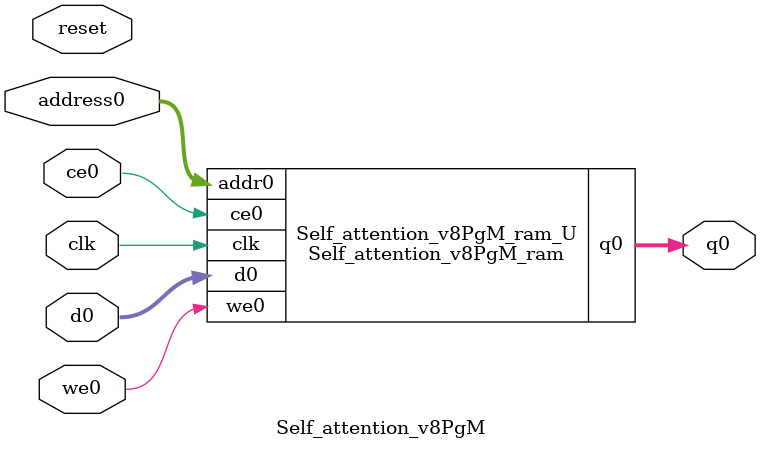
<source format=v>
`timescale 1 ns / 1 ps
module Self_attention_v8PgM_ram (addr0, ce0, d0, we0, q0,  clk);

parameter DWIDTH = 32;
parameter AWIDTH = 6;
parameter MEM_SIZE = 48;

input[AWIDTH-1:0] addr0;
input ce0;
input[DWIDTH-1:0] d0;
input we0;
output reg[DWIDTH-1:0] q0;
input clk;

(* ram_style = "block" *)reg [DWIDTH-1:0] ram[0:MEM_SIZE-1];




always @(posedge clk)  
begin 
    if (ce0) begin
        if (we0) 
            ram[addr0] <= d0; 
        q0 <= ram[addr0];
    end
end


endmodule

`timescale 1 ns / 1 ps
module Self_attention_v8PgM(
    reset,
    clk,
    address0,
    ce0,
    we0,
    d0,
    q0);

parameter DataWidth = 32'd32;
parameter AddressRange = 32'd48;
parameter AddressWidth = 32'd6;
input reset;
input clk;
input[AddressWidth - 1:0] address0;
input ce0;
input we0;
input[DataWidth - 1:0] d0;
output[DataWidth - 1:0] q0;



Self_attention_v8PgM_ram Self_attention_v8PgM_ram_U(
    .clk( clk ),
    .addr0( address0 ),
    .ce0( ce0 ),
    .we0( we0 ),
    .d0( d0 ),
    .q0( q0 ));

endmodule


</source>
